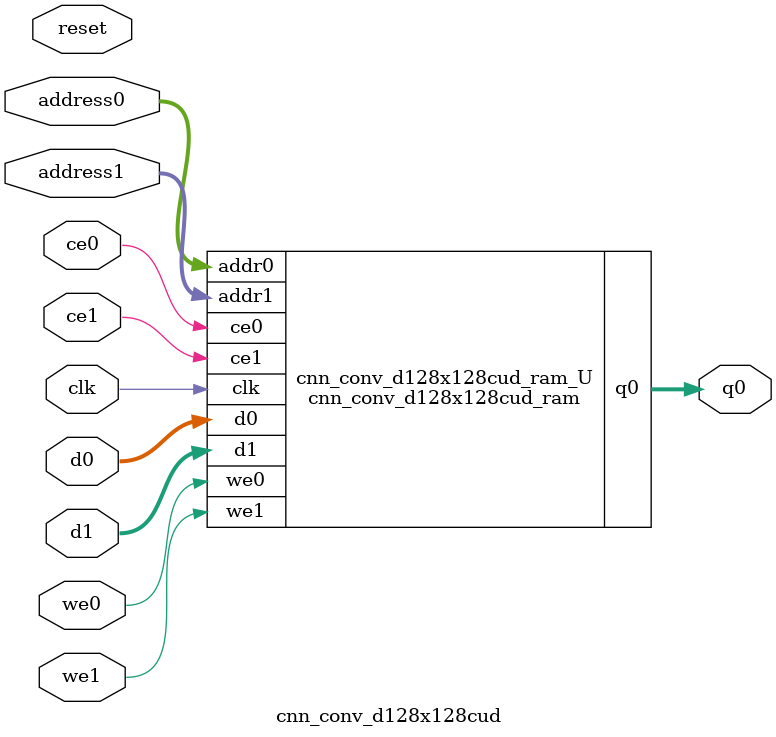
<source format=v>

`timescale 1 ns / 1 ps
module cnn_conv_d128x128cud_ram (addr0, ce0, d0, we0, q0, addr1, ce1, d1, we1,  clk);

parameter DWIDTH = 32;
parameter AWIDTH = 7;
parameter MEM_SIZE = 128;

input[AWIDTH-1:0] addr0;
input ce0;
input[DWIDTH-1:0] d0;
input we0;
output reg[DWIDTH-1:0] q0;
input[AWIDTH-1:0] addr1;
input ce1;
input[DWIDTH-1:0] d1;
input we1;
input clk;

(* ram_style = "block" *)reg [DWIDTH-1:0] ram[0:MEM_SIZE-1];




always @(posedge clk)  
begin 
    if (ce0) 
    begin
        if (we0) 
        begin 
            ram[addr0] <= d0; 
            q0 <= d0;
        end 
        else 
            q0 <= ram[addr0];
    end
end


always @(posedge clk)  
begin 
    if (ce1) 
    begin
        if (we1) 
        begin 
            ram[addr1] <= d1; 
        end 
    end
end


endmodule


`timescale 1 ns / 1 ps
module cnn_conv_d128x128cud(
    reset,
    clk,
    address0,
    ce0,
    we0,
    d0,
    q0,
    address1,
    ce1,
    we1,
    d1);

parameter DataWidth = 32'd32;
parameter AddressRange = 32'd128;
parameter AddressWidth = 32'd7;
input reset;
input clk;
input[AddressWidth - 1:0] address0;
input ce0;
input we0;
input[DataWidth - 1:0] d0;
output[DataWidth - 1:0] q0;
input[AddressWidth - 1:0] address1;
input ce1;
input we1;
input[DataWidth - 1:0] d1;



cnn_conv_d128x128cud_ram cnn_conv_d128x128cud_ram_U(
    .clk( clk ),
    .addr0( address0 ),
    .ce0( ce0 ),
    .d0( d0 ),
    .we0( we0 ),
    .q0( q0 ),
    .addr1( address1 ),
    .ce1( ce1 ),
    .d1( d1 ),
    .we1( we1 ));

endmodule


</source>
